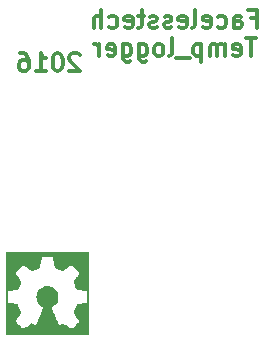
<source format=gbo>
G04 (created by PCBNEW (22-Jun-2014 BZR 4027)-stable) date Wed 03 Feb 2016 19:08:17 GMT*
%MOIN*%
G04 Gerber Fmt 3.4, Leading zero omitted, Abs format*
%FSLAX34Y34*%
G01*
G70*
G90*
G04 APERTURE LIST*
%ADD10C,0.00590551*%
%ADD11C,0.011811*%
%ADD12C,0.0001*%
G04 APERTURE END LIST*
G54D10*
G54D11*
X74512Y-58754D02*
X74484Y-58726D01*
X74428Y-58698D01*
X74287Y-58698D01*
X74231Y-58726D01*
X74203Y-58754D01*
X74174Y-58810D01*
X74174Y-58867D01*
X74203Y-58951D01*
X74540Y-59289D01*
X74174Y-59289D01*
X73809Y-58698D02*
X73753Y-58698D01*
X73696Y-58726D01*
X73668Y-58754D01*
X73640Y-58810D01*
X73612Y-58923D01*
X73612Y-59064D01*
X73640Y-59176D01*
X73668Y-59232D01*
X73696Y-59260D01*
X73753Y-59289D01*
X73809Y-59289D01*
X73865Y-59260D01*
X73893Y-59232D01*
X73921Y-59176D01*
X73949Y-59064D01*
X73949Y-58923D01*
X73921Y-58810D01*
X73893Y-58754D01*
X73865Y-58726D01*
X73809Y-58698D01*
X73050Y-59289D02*
X73387Y-59289D01*
X73218Y-59289D02*
X73218Y-58698D01*
X73275Y-58782D01*
X73331Y-58839D01*
X73387Y-58867D01*
X72543Y-58698D02*
X72656Y-58698D01*
X72712Y-58726D01*
X72740Y-58754D01*
X72796Y-58839D01*
X72825Y-58951D01*
X72825Y-59176D01*
X72796Y-59232D01*
X72768Y-59260D01*
X72712Y-59289D01*
X72600Y-59289D01*
X72543Y-59260D01*
X72515Y-59232D01*
X72487Y-59176D01*
X72487Y-59035D01*
X72515Y-58979D01*
X72543Y-58951D01*
X72600Y-58923D01*
X72712Y-58923D01*
X72768Y-58951D01*
X72796Y-58979D01*
X72825Y-59035D01*
X80399Y-58198D02*
X80062Y-58198D01*
X80230Y-58789D02*
X80230Y-58198D01*
X79640Y-58760D02*
X79696Y-58789D01*
X79809Y-58789D01*
X79865Y-58760D01*
X79893Y-58704D01*
X79893Y-58479D01*
X79865Y-58423D01*
X79809Y-58395D01*
X79696Y-58395D01*
X79640Y-58423D01*
X79612Y-58479D01*
X79612Y-58535D01*
X79893Y-58592D01*
X79359Y-58789D02*
X79359Y-58395D01*
X79359Y-58451D02*
X79331Y-58423D01*
X79274Y-58395D01*
X79190Y-58395D01*
X79134Y-58423D01*
X79106Y-58479D01*
X79106Y-58789D01*
X79106Y-58479D02*
X79077Y-58423D01*
X79021Y-58395D01*
X78937Y-58395D01*
X78881Y-58423D01*
X78852Y-58479D01*
X78852Y-58789D01*
X78571Y-58395D02*
X78571Y-58985D01*
X78571Y-58423D02*
X78515Y-58395D01*
X78403Y-58395D01*
X78346Y-58423D01*
X78318Y-58451D01*
X78290Y-58507D01*
X78290Y-58676D01*
X78318Y-58732D01*
X78346Y-58760D01*
X78403Y-58789D01*
X78515Y-58789D01*
X78571Y-58760D01*
X78178Y-58845D02*
X77728Y-58845D01*
X77503Y-58789D02*
X77559Y-58760D01*
X77587Y-58704D01*
X77587Y-58198D01*
X77193Y-58789D02*
X77250Y-58760D01*
X77278Y-58732D01*
X77306Y-58676D01*
X77306Y-58507D01*
X77278Y-58451D01*
X77250Y-58423D01*
X77193Y-58395D01*
X77109Y-58395D01*
X77053Y-58423D01*
X77025Y-58451D01*
X76996Y-58507D01*
X76996Y-58676D01*
X77025Y-58732D01*
X77053Y-58760D01*
X77109Y-58789D01*
X77193Y-58789D01*
X76490Y-58395D02*
X76490Y-58873D01*
X76518Y-58929D01*
X76547Y-58957D01*
X76603Y-58985D01*
X76687Y-58985D01*
X76743Y-58957D01*
X76490Y-58760D02*
X76547Y-58789D01*
X76659Y-58789D01*
X76715Y-58760D01*
X76743Y-58732D01*
X76771Y-58676D01*
X76771Y-58507D01*
X76743Y-58451D01*
X76715Y-58423D01*
X76659Y-58395D01*
X76547Y-58395D01*
X76490Y-58423D01*
X75956Y-58395D02*
X75956Y-58873D01*
X75984Y-58929D01*
X76012Y-58957D01*
X76068Y-58985D01*
X76153Y-58985D01*
X76209Y-58957D01*
X75956Y-58760D02*
X76012Y-58789D01*
X76125Y-58789D01*
X76181Y-58760D01*
X76209Y-58732D01*
X76237Y-58676D01*
X76237Y-58507D01*
X76209Y-58451D01*
X76181Y-58423D01*
X76125Y-58395D01*
X76012Y-58395D01*
X75956Y-58423D01*
X75450Y-58760D02*
X75506Y-58789D01*
X75619Y-58789D01*
X75675Y-58760D01*
X75703Y-58704D01*
X75703Y-58479D01*
X75675Y-58423D01*
X75619Y-58395D01*
X75506Y-58395D01*
X75450Y-58423D01*
X75422Y-58479D01*
X75422Y-58535D01*
X75703Y-58592D01*
X75169Y-58789D02*
X75169Y-58395D01*
X75169Y-58507D02*
X75140Y-58451D01*
X75112Y-58423D01*
X75056Y-58395D01*
X75000Y-58395D01*
X80216Y-57529D02*
X80413Y-57529D01*
X80413Y-57839D02*
X80413Y-57248D01*
X80132Y-57248D01*
X79654Y-57839D02*
X79654Y-57529D01*
X79682Y-57473D01*
X79738Y-57445D01*
X79851Y-57445D01*
X79907Y-57473D01*
X79654Y-57810D02*
X79710Y-57839D01*
X79851Y-57839D01*
X79907Y-57810D01*
X79935Y-57754D01*
X79935Y-57698D01*
X79907Y-57642D01*
X79851Y-57614D01*
X79710Y-57614D01*
X79654Y-57585D01*
X79120Y-57810D02*
X79176Y-57839D01*
X79288Y-57839D01*
X79345Y-57810D01*
X79373Y-57782D01*
X79401Y-57726D01*
X79401Y-57557D01*
X79373Y-57501D01*
X79345Y-57473D01*
X79288Y-57445D01*
X79176Y-57445D01*
X79120Y-57473D01*
X78642Y-57810D02*
X78698Y-57839D01*
X78810Y-57839D01*
X78867Y-57810D01*
X78895Y-57754D01*
X78895Y-57529D01*
X78867Y-57473D01*
X78810Y-57445D01*
X78698Y-57445D01*
X78642Y-57473D01*
X78613Y-57529D01*
X78613Y-57585D01*
X78895Y-57642D01*
X78276Y-57839D02*
X78332Y-57810D01*
X78360Y-57754D01*
X78360Y-57248D01*
X77826Y-57810D02*
X77882Y-57839D01*
X77995Y-57839D01*
X78051Y-57810D01*
X78079Y-57754D01*
X78079Y-57529D01*
X78051Y-57473D01*
X77995Y-57445D01*
X77882Y-57445D01*
X77826Y-57473D01*
X77798Y-57529D01*
X77798Y-57585D01*
X78079Y-57642D01*
X77573Y-57810D02*
X77517Y-57839D01*
X77404Y-57839D01*
X77348Y-57810D01*
X77320Y-57754D01*
X77320Y-57726D01*
X77348Y-57670D01*
X77404Y-57642D01*
X77489Y-57642D01*
X77545Y-57614D01*
X77573Y-57557D01*
X77573Y-57529D01*
X77545Y-57473D01*
X77489Y-57445D01*
X77404Y-57445D01*
X77348Y-57473D01*
X77095Y-57810D02*
X77039Y-57839D01*
X76926Y-57839D01*
X76870Y-57810D01*
X76842Y-57754D01*
X76842Y-57726D01*
X76870Y-57670D01*
X76926Y-57642D01*
X77011Y-57642D01*
X77067Y-57614D01*
X77095Y-57557D01*
X77095Y-57529D01*
X77067Y-57473D01*
X77011Y-57445D01*
X76926Y-57445D01*
X76870Y-57473D01*
X76673Y-57445D02*
X76448Y-57445D01*
X76589Y-57248D02*
X76589Y-57754D01*
X76561Y-57810D01*
X76504Y-57839D01*
X76448Y-57839D01*
X76026Y-57810D02*
X76083Y-57839D01*
X76195Y-57839D01*
X76251Y-57810D01*
X76279Y-57754D01*
X76279Y-57529D01*
X76251Y-57473D01*
X76195Y-57445D01*
X76083Y-57445D01*
X76026Y-57473D01*
X75998Y-57529D01*
X75998Y-57585D01*
X76279Y-57642D01*
X75492Y-57810D02*
X75548Y-57839D01*
X75661Y-57839D01*
X75717Y-57810D01*
X75745Y-57782D01*
X75773Y-57726D01*
X75773Y-57557D01*
X75745Y-57501D01*
X75717Y-57473D01*
X75661Y-57445D01*
X75548Y-57445D01*
X75492Y-57473D01*
X75239Y-57839D02*
X75239Y-57248D01*
X74986Y-57839D02*
X74986Y-57529D01*
X75014Y-57473D01*
X75070Y-57445D01*
X75155Y-57445D01*
X75211Y-57473D01*
X75239Y-57501D01*
G54D12*
G36*
X72072Y-68078D02*
X72115Y-68078D01*
X72115Y-66870D01*
X72115Y-66816D01*
X72115Y-66759D01*
X72115Y-66715D01*
X72116Y-66682D01*
X72117Y-66659D01*
X72119Y-66644D01*
X72121Y-66635D01*
X72124Y-66632D01*
X72134Y-66630D01*
X72155Y-66625D01*
X72186Y-66619D01*
X72225Y-66611D01*
X72269Y-66603D01*
X72298Y-66598D01*
X72344Y-66589D01*
X72386Y-66581D01*
X72421Y-66574D01*
X72447Y-66568D01*
X72462Y-66565D01*
X72466Y-66563D01*
X72470Y-66555D01*
X72479Y-66536D01*
X72491Y-66509D01*
X72505Y-66477D01*
X72520Y-66442D01*
X72535Y-66406D01*
X72549Y-66372D01*
X72561Y-66343D01*
X72569Y-66321D01*
X72574Y-66308D01*
X72574Y-66307D01*
X72570Y-66297D01*
X72560Y-66278D01*
X72544Y-66254D01*
X72529Y-66231D01*
X72485Y-66169D01*
X72450Y-66117D01*
X72423Y-66076D01*
X72403Y-66045D01*
X72390Y-66023D01*
X72384Y-66010D01*
X72383Y-66008D01*
X72388Y-66000D01*
X72401Y-65984D01*
X72421Y-65962D01*
X72447Y-65935D01*
X72475Y-65905D01*
X72506Y-65874D01*
X72537Y-65843D01*
X72566Y-65814D01*
X72592Y-65789D01*
X72613Y-65769D01*
X72628Y-65757D01*
X72634Y-65753D01*
X72642Y-65757D01*
X72660Y-65768D01*
X72686Y-65784D01*
X72718Y-65806D01*
X72756Y-65831D01*
X72786Y-65852D01*
X72827Y-65879D01*
X72863Y-65904D01*
X72894Y-65924D01*
X72918Y-65939D01*
X72934Y-65948D01*
X72939Y-65951D01*
X72949Y-65948D01*
X72970Y-65941D01*
X72998Y-65930D01*
X73031Y-65916D01*
X73067Y-65902D01*
X73102Y-65886D01*
X73134Y-65872D01*
X73161Y-65859D01*
X73180Y-65850D01*
X73189Y-65844D01*
X73189Y-65844D01*
X73192Y-65834D01*
X73197Y-65813D01*
X73203Y-65782D01*
X73211Y-65743D01*
X73219Y-65699D01*
X73224Y-65675D01*
X73232Y-65629D01*
X73241Y-65586D01*
X73248Y-65550D01*
X73254Y-65522D01*
X73258Y-65504D01*
X73259Y-65500D01*
X73262Y-65495D01*
X73265Y-65492D01*
X73272Y-65489D01*
X73283Y-65487D01*
X73300Y-65486D01*
X73325Y-65485D01*
X73360Y-65485D01*
X73406Y-65484D01*
X73442Y-65484D01*
X73493Y-65485D01*
X73538Y-65485D01*
X73575Y-65487D01*
X73603Y-65488D01*
X73619Y-65490D01*
X73623Y-65491D01*
X73625Y-65499D01*
X73630Y-65520D01*
X73636Y-65550D01*
X73644Y-65589D01*
X73652Y-65633D01*
X73659Y-65670D01*
X73668Y-65717D01*
X73677Y-65761D01*
X73685Y-65798D01*
X73692Y-65826D01*
X73697Y-65844D01*
X73700Y-65849D01*
X73710Y-65856D01*
X73730Y-65865D01*
X73758Y-65877D01*
X73791Y-65891D01*
X73827Y-65905D01*
X73862Y-65919D01*
X73895Y-65932D01*
X73923Y-65941D01*
X73943Y-65947D01*
X73952Y-65949D01*
X73960Y-65944D01*
X73979Y-65932D01*
X74005Y-65915D01*
X74038Y-65893D01*
X74076Y-65868D01*
X74102Y-65849D01*
X74142Y-65822D01*
X74177Y-65798D01*
X74208Y-65778D01*
X74232Y-65763D01*
X74246Y-65755D01*
X74250Y-65753D01*
X74258Y-65758D01*
X74274Y-65771D01*
X74296Y-65792D01*
X74324Y-65819D01*
X74357Y-65851D01*
X74382Y-65876D01*
X74423Y-65917D01*
X74455Y-65950D01*
X74478Y-65975D01*
X74492Y-65993D01*
X74500Y-66005D01*
X74501Y-66012D01*
X74496Y-66021D01*
X74485Y-66040D01*
X74467Y-66068D01*
X74445Y-66101D01*
X74420Y-66138D01*
X74405Y-66160D01*
X74379Y-66199D01*
X74355Y-66235D01*
X74335Y-66266D01*
X74321Y-66289D01*
X74313Y-66304D01*
X74312Y-66308D01*
X74315Y-66318D01*
X74322Y-66338D01*
X74333Y-66366D01*
X74347Y-66399D01*
X74361Y-66435D01*
X74376Y-66471D01*
X74391Y-66503D01*
X74403Y-66531D01*
X74413Y-66551D01*
X74418Y-66561D01*
X74418Y-66561D01*
X74427Y-66564D01*
X74447Y-66569D01*
X74477Y-66576D01*
X74515Y-66584D01*
X74559Y-66592D01*
X74588Y-66598D01*
X74635Y-66607D01*
X74677Y-66615D01*
X74713Y-66622D01*
X74741Y-66627D01*
X74758Y-66631D01*
X74762Y-66632D01*
X74765Y-66640D01*
X74768Y-66660D01*
X74769Y-66689D01*
X74771Y-66725D01*
X74772Y-66767D01*
X74772Y-66810D01*
X74772Y-66854D01*
X74772Y-66896D01*
X74770Y-66933D01*
X74768Y-66964D01*
X74766Y-66985D01*
X74763Y-66995D01*
X74763Y-66995D01*
X74753Y-66998D01*
X74732Y-67003D01*
X74702Y-67010D01*
X74663Y-67018D01*
X74619Y-67026D01*
X74595Y-67031D01*
X74550Y-67039D01*
X74508Y-67048D01*
X74473Y-67056D01*
X74447Y-67062D01*
X74431Y-67067D01*
X74428Y-67069D01*
X74423Y-67078D01*
X74414Y-67098D01*
X74402Y-67126D01*
X74387Y-67159D01*
X74373Y-67196D01*
X74358Y-67233D01*
X74344Y-67268D01*
X74332Y-67298D01*
X74324Y-67322D01*
X74320Y-67336D01*
X74319Y-67338D01*
X74323Y-67346D01*
X74334Y-67364D01*
X74351Y-67390D01*
X74372Y-67422D01*
X74397Y-67459D01*
X74411Y-67479D01*
X74438Y-67518D01*
X74461Y-67553D01*
X74480Y-67584D01*
X74494Y-67607D01*
X74502Y-67621D01*
X74503Y-67625D01*
X74498Y-67632D01*
X74485Y-67648D01*
X74465Y-67670D01*
X74440Y-67697D01*
X74411Y-67727D01*
X74381Y-67758D01*
X74350Y-67789D01*
X74321Y-67818D01*
X74295Y-67843D01*
X74274Y-67863D01*
X74260Y-67876D01*
X74253Y-67880D01*
X74246Y-67876D01*
X74229Y-67866D01*
X74204Y-67849D01*
X74172Y-67828D01*
X74136Y-67803D01*
X74114Y-67788D01*
X74075Y-67762D01*
X74040Y-67739D01*
X74010Y-67719D01*
X73987Y-67705D01*
X73973Y-67697D01*
X73970Y-67696D01*
X73960Y-67699D01*
X73941Y-67708D01*
X73916Y-67720D01*
X73899Y-67729D01*
X73869Y-67744D01*
X73849Y-67753D01*
X73834Y-67753D01*
X73823Y-67744D01*
X73813Y-67725D01*
X73800Y-67693D01*
X73798Y-67689D01*
X73790Y-67670D01*
X73778Y-67639D01*
X73762Y-67600D01*
X73743Y-67553D01*
X73721Y-67502D01*
X73699Y-67447D01*
X73684Y-67412D01*
X73662Y-67359D01*
X73642Y-67309D01*
X73625Y-67266D01*
X73610Y-67229D01*
X73599Y-67201D01*
X73593Y-67183D01*
X73591Y-67178D01*
X73597Y-67169D01*
X73611Y-67155D01*
X73632Y-67138D01*
X73641Y-67131D01*
X73700Y-67082D01*
X73745Y-67030D01*
X73778Y-66975D01*
X73799Y-66915D01*
X73809Y-66848D01*
X73810Y-66812D01*
X73804Y-66740D01*
X73785Y-66674D01*
X73752Y-66613D01*
X73707Y-66558D01*
X73690Y-66542D01*
X73633Y-66500D01*
X73571Y-66470D01*
X73506Y-66452D01*
X73440Y-66447D01*
X73373Y-66453D01*
X73309Y-66472D01*
X73248Y-66502D01*
X73193Y-66545D01*
X73174Y-66563D01*
X73129Y-66620D01*
X73098Y-66680D01*
X73079Y-66745D01*
X73073Y-66816D01*
X73073Y-66817D01*
X73080Y-66888D01*
X73099Y-66955D01*
X73131Y-67016D01*
X73177Y-67072D01*
X73235Y-67124D01*
X73251Y-67136D01*
X73272Y-67152D01*
X73287Y-67166D01*
X73294Y-67176D01*
X73295Y-67177D01*
X73292Y-67187D01*
X73285Y-67207D01*
X73274Y-67234D01*
X73261Y-67266D01*
X73260Y-67270D01*
X73248Y-67299D01*
X73231Y-67338D01*
X73212Y-67385D01*
X73190Y-67437D01*
X73167Y-67492D01*
X73145Y-67547D01*
X73143Y-67551D01*
X73122Y-67601D01*
X73103Y-67646D01*
X73086Y-67686D01*
X73072Y-67718D01*
X73062Y-67741D01*
X73056Y-67754D01*
X73055Y-67755D01*
X73046Y-67755D01*
X73028Y-67748D01*
X73002Y-67737D01*
X72986Y-67729D01*
X72958Y-67715D01*
X72935Y-67704D01*
X72919Y-67697D01*
X72914Y-67696D01*
X72906Y-67700D01*
X72888Y-67711D01*
X72862Y-67727D01*
X72830Y-67748D01*
X72794Y-67773D01*
X72783Y-67780D01*
X72746Y-67806D01*
X72711Y-67829D01*
X72682Y-67849D01*
X72660Y-67863D01*
X72647Y-67872D01*
X72645Y-67873D01*
X72639Y-67875D01*
X72633Y-67874D01*
X72625Y-67870D01*
X72613Y-67862D01*
X72597Y-67847D01*
X72574Y-67826D01*
X72545Y-67797D01*
X72506Y-67759D01*
X72506Y-67759D01*
X72470Y-67722D01*
X72438Y-67689D01*
X72413Y-67662D01*
X72394Y-67640D01*
X72385Y-67627D01*
X72383Y-67624D01*
X72387Y-67614D01*
X72398Y-67595D01*
X72414Y-67568D01*
X72436Y-67535D01*
X72461Y-67498D01*
X72475Y-67477D01*
X72501Y-67439D01*
X72524Y-67404D01*
X72544Y-67375D01*
X72558Y-67353D01*
X72566Y-67340D01*
X72567Y-67338D01*
X72564Y-67329D01*
X72557Y-67309D01*
X72546Y-67282D01*
X72534Y-67249D01*
X72519Y-67213D01*
X72504Y-67177D01*
X72490Y-67142D01*
X72477Y-67111D01*
X72467Y-67088D01*
X72460Y-67074D01*
X72459Y-67072D01*
X72453Y-67067D01*
X72440Y-67063D01*
X72420Y-67057D01*
X72391Y-67050D01*
X72353Y-67042D01*
X72303Y-67033D01*
X72241Y-67021D01*
X72203Y-67014D01*
X72173Y-67009D01*
X72148Y-67004D01*
X72131Y-67000D01*
X72127Y-66999D01*
X72123Y-66997D01*
X72120Y-66993D01*
X72118Y-66983D01*
X72117Y-66968D01*
X72116Y-66945D01*
X72115Y-66913D01*
X72115Y-66870D01*
X72115Y-68078D01*
X73450Y-68078D01*
X74828Y-68078D01*
X74828Y-66700D01*
X74828Y-65322D01*
X73450Y-65322D01*
X72072Y-65322D01*
X72072Y-66700D01*
X72072Y-68078D01*
X72072Y-68078D01*
X72072Y-68078D01*
G37*
M02*

</source>
